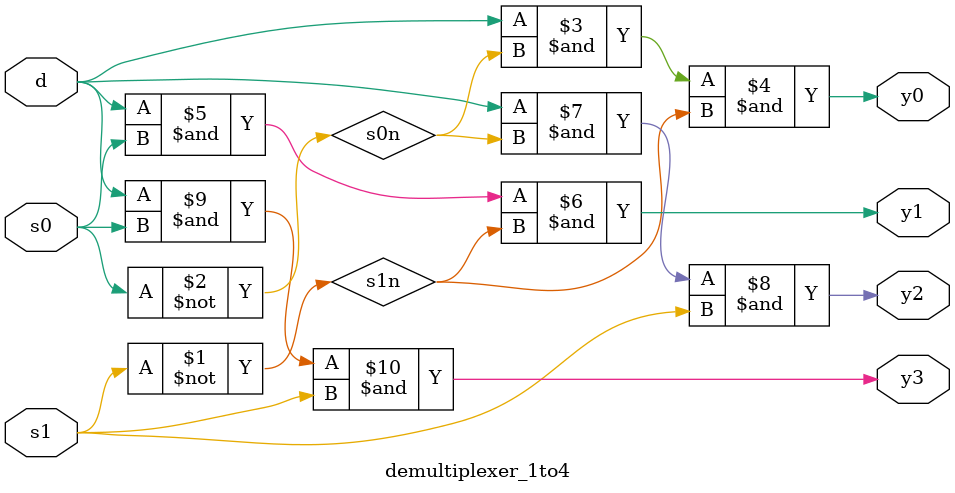
<source format=v>
`timescale 1ns / 1ps


module demultiplexer_1to4(
    input d,
    input s0,
    input s1,
    output y0,
    output y1,
    output y2,
    output y3
    );
    assign s1n = ~ s1;
    assign s0n = ~ s0;
    assign y0 = d& s0n & s1n;
    assign y1 = d & s0 & s1n;
    assign y2 = d & s0n & s1;
    assign y3 = d & s0 & s1;
endmodule

</source>
